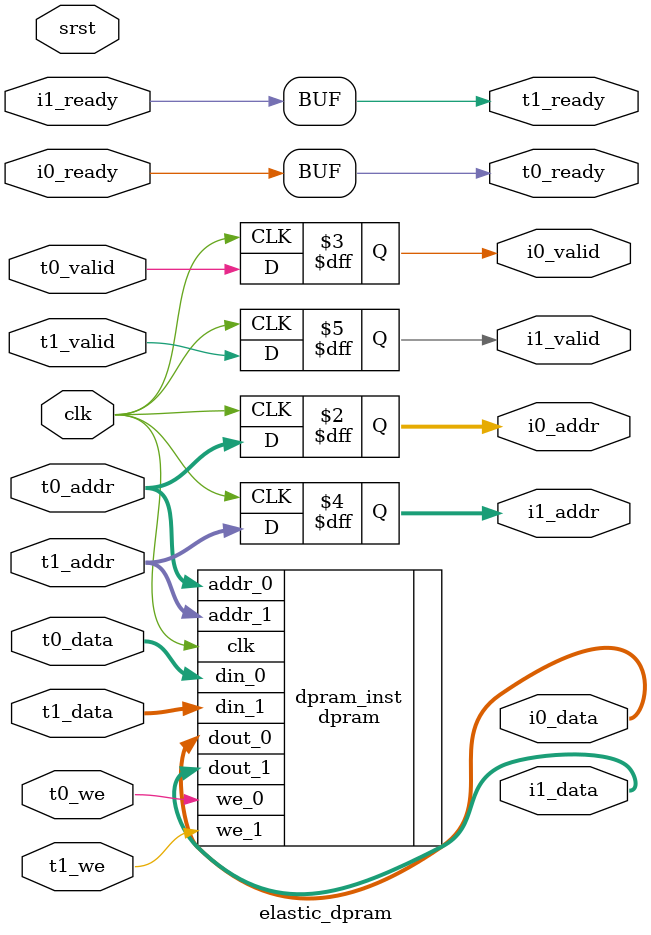
<source format=sv>
module elastic_dpram
		#(parameter DEPTH = 2048)
		
		(input clk,
		input 	      srst,
		//Port 0
		input wire [10:0]  t0_addr,
		input wire [31:0]  t0_data,
		input 	      t0_we,
		input wire 	      t0_valid,
		output logic       t0_ready,
		output logic [10:0] i0_addr,
		output wire [31:0] i0_data,
		output logic       i0_valid,
		input wire 	      i0_ready,
		//Port 1
		input wire [10:0]  t1_addr,
		input wire [31:0]  t1_data,
		input wire 	      t1_we,
		input wire 	      t1_valid,
		output logic       t1_ready,
		output logic [10:0] i1_addr,
		output wire [31:0] i1_data,
		output logic       i1_valid,
		input wire 	      i1_ready
		);

	dpram #(.DEPTH (DEPTH))
		dpram_inst
		(.clk(clk),
			.addr_0(t0_addr),
			.din_0(t0_data),
			.we_0(t0_we),
			.dout_0(i0_data),
			.addr_1(t1_addr),
			.din_1(t1_data),
			.we_1(t1_we),
			.dout_1(i1_data)
		);

	assign t0_ready=i0_ready;
	assign t1_ready=i1_ready;
  
	always_ff @(posedge clk) begin
		i0_valid <= t0_valid;
		i1_valid <= t1_valid;
		i0_addr <= t0_addr;
		i1_addr <= t1_addr;
	end

endmodule


</source>
